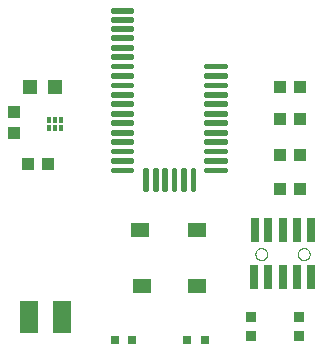
<source format=gtp>
G75*
%MOIN*%
%OFA0B0*%
%FSLAX25Y25*%
%IPPOS*%
%LPD*%
%AMOC8*
5,1,8,0,0,1.08239X$1,22.5*
%
%ADD10R,0.03937X0.04331*%
%ADD11R,0.04331X0.03937*%
%ADD12R,0.06299X0.10630*%
%ADD13R,0.03150X0.03150*%
%ADD14R,0.01181X0.02047*%
%ADD15R,0.06102X0.04724*%
%ADD16R,0.02500X0.08000*%
%ADD17C,0.00000*%
%ADD18C,0.01378*%
%ADD19R,0.03543X0.03740*%
%ADD20R,0.05118X0.05000*%
D10*
X0036459Y0107430D03*
X0036459Y0114123D03*
D11*
X0041144Y0096957D03*
X0047837Y0096957D03*
X0125121Y0100028D03*
X0131814Y0100028D03*
X0131814Y0088454D03*
X0125121Y0088454D03*
X0125121Y0111997D03*
X0131814Y0111997D03*
X0131814Y0122784D03*
X0125121Y0122784D03*
D12*
X0041459Y0045855D03*
X0052483Y0045855D03*
D13*
X0070121Y0038414D03*
X0076026Y0038414D03*
X0094255Y0038335D03*
X0100160Y0038335D03*
D14*
X0052168Y0108808D03*
X0050199Y0108808D03*
X0048231Y0108808D03*
X0048231Y0111761D03*
X0050199Y0111761D03*
X0052168Y0111761D03*
D15*
X0078743Y0075028D03*
X0097640Y0075028D03*
X0097640Y0056131D03*
X0079136Y0056131D03*
D16*
X0116656Y0059241D03*
X0121381Y0059241D03*
X0126105Y0059241D03*
X0130829Y0059438D03*
X0135554Y0059438D03*
X0135554Y0074792D03*
X0130829Y0074792D03*
X0126105Y0074792D03*
X0121381Y0074792D03*
X0116853Y0074792D03*
D17*
X0117049Y0066918D02*
X0117051Y0067006D01*
X0117057Y0067094D01*
X0117067Y0067182D01*
X0117081Y0067270D01*
X0117098Y0067356D01*
X0117120Y0067442D01*
X0117145Y0067526D01*
X0117175Y0067610D01*
X0117207Y0067692D01*
X0117244Y0067772D01*
X0117284Y0067851D01*
X0117328Y0067928D01*
X0117375Y0068003D01*
X0117425Y0068075D01*
X0117479Y0068146D01*
X0117535Y0068213D01*
X0117595Y0068279D01*
X0117657Y0068341D01*
X0117723Y0068401D01*
X0117790Y0068457D01*
X0117861Y0068511D01*
X0117933Y0068561D01*
X0118008Y0068608D01*
X0118085Y0068652D01*
X0118164Y0068692D01*
X0118244Y0068729D01*
X0118326Y0068761D01*
X0118410Y0068791D01*
X0118494Y0068816D01*
X0118580Y0068838D01*
X0118666Y0068855D01*
X0118754Y0068869D01*
X0118842Y0068879D01*
X0118930Y0068885D01*
X0119018Y0068887D01*
X0119106Y0068885D01*
X0119194Y0068879D01*
X0119282Y0068869D01*
X0119370Y0068855D01*
X0119456Y0068838D01*
X0119542Y0068816D01*
X0119626Y0068791D01*
X0119710Y0068761D01*
X0119792Y0068729D01*
X0119872Y0068692D01*
X0119951Y0068652D01*
X0120028Y0068608D01*
X0120103Y0068561D01*
X0120175Y0068511D01*
X0120246Y0068457D01*
X0120313Y0068401D01*
X0120379Y0068341D01*
X0120441Y0068279D01*
X0120501Y0068213D01*
X0120557Y0068146D01*
X0120611Y0068075D01*
X0120661Y0068003D01*
X0120708Y0067928D01*
X0120752Y0067851D01*
X0120792Y0067772D01*
X0120829Y0067692D01*
X0120861Y0067610D01*
X0120891Y0067526D01*
X0120916Y0067442D01*
X0120938Y0067356D01*
X0120955Y0067270D01*
X0120969Y0067182D01*
X0120979Y0067094D01*
X0120985Y0067006D01*
X0120987Y0066918D01*
X0120985Y0066830D01*
X0120979Y0066742D01*
X0120969Y0066654D01*
X0120955Y0066566D01*
X0120938Y0066480D01*
X0120916Y0066394D01*
X0120891Y0066310D01*
X0120861Y0066226D01*
X0120829Y0066144D01*
X0120792Y0066064D01*
X0120752Y0065985D01*
X0120708Y0065908D01*
X0120661Y0065833D01*
X0120611Y0065761D01*
X0120557Y0065690D01*
X0120501Y0065623D01*
X0120441Y0065557D01*
X0120379Y0065495D01*
X0120313Y0065435D01*
X0120246Y0065379D01*
X0120175Y0065325D01*
X0120103Y0065275D01*
X0120028Y0065228D01*
X0119951Y0065184D01*
X0119872Y0065144D01*
X0119792Y0065107D01*
X0119710Y0065075D01*
X0119626Y0065045D01*
X0119542Y0065020D01*
X0119456Y0064998D01*
X0119370Y0064981D01*
X0119282Y0064967D01*
X0119194Y0064957D01*
X0119106Y0064951D01*
X0119018Y0064949D01*
X0118930Y0064951D01*
X0118842Y0064957D01*
X0118754Y0064967D01*
X0118666Y0064981D01*
X0118580Y0064998D01*
X0118494Y0065020D01*
X0118410Y0065045D01*
X0118326Y0065075D01*
X0118244Y0065107D01*
X0118164Y0065144D01*
X0118085Y0065184D01*
X0118008Y0065228D01*
X0117933Y0065275D01*
X0117861Y0065325D01*
X0117790Y0065379D01*
X0117723Y0065435D01*
X0117657Y0065495D01*
X0117595Y0065557D01*
X0117535Y0065623D01*
X0117479Y0065690D01*
X0117425Y0065761D01*
X0117375Y0065833D01*
X0117328Y0065908D01*
X0117284Y0065985D01*
X0117244Y0066064D01*
X0117207Y0066144D01*
X0117175Y0066226D01*
X0117145Y0066310D01*
X0117120Y0066394D01*
X0117098Y0066480D01*
X0117081Y0066566D01*
X0117067Y0066654D01*
X0117057Y0066742D01*
X0117051Y0066830D01*
X0117049Y0066918D01*
X0131223Y0066918D02*
X0131225Y0067006D01*
X0131231Y0067094D01*
X0131241Y0067182D01*
X0131255Y0067270D01*
X0131272Y0067356D01*
X0131294Y0067442D01*
X0131319Y0067526D01*
X0131349Y0067610D01*
X0131381Y0067692D01*
X0131418Y0067772D01*
X0131458Y0067851D01*
X0131502Y0067928D01*
X0131549Y0068003D01*
X0131599Y0068075D01*
X0131653Y0068146D01*
X0131709Y0068213D01*
X0131769Y0068279D01*
X0131831Y0068341D01*
X0131897Y0068401D01*
X0131964Y0068457D01*
X0132035Y0068511D01*
X0132107Y0068561D01*
X0132182Y0068608D01*
X0132259Y0068652D01*
X0132338Y0068692D01*
X0132418Y0068729D01*
X0132500Y0068761D01*
X0132584Y0068791D01*
X0132668Y0068816D01*
X0132754Y0068838D01*
X0132840Y0068855D01*
X0132928Y0068869D01*
X0133016Y0068879D01*
X0133104Y0068885D01*
X0133192Y0068887D01*
X0133280Y0068885D01*
X0133368Y0068879D01*
X0133456Y0068869D01*
X0133544Y0068855D01*
X0133630Y0068838D01*
X0133716Y0068816D01*
X0133800Y0068791D01*
X0133884Y0068761D01*
X0133966Y0068729D01*
X0134046Y0068692D01*
X0134125Y0068652D01*
X0134202Y0068608D01*
X0134277Y0068561D01*
X0134349Y0068511D01*
X0134420Y0068457D01*
X0134487Y0068401D01*
X0134553Y0068341D01*
X0134615Y0068279D01*
X0134675Y0068213D01*
X0134731Y0068146D01*
X0134785Y0068075D01*
X0134835Y0068003D01*
X0134882Y0067928D01*
X0134926Y0067851D01*
X0134966Y0067772D01*
X0135003Y0067692D01*
X0135035Y0067610D01*
X0135065Y0067526D01*
X0135090Y0067442D01*
X0135112Y0067356D01*
X0135129Y0067270D01*
X0135143Y0067182D01*
X0135153Y0067094D01*
X0135159Y0067006D01*
X0135161Y0066918D01*
X0135159Y0066830D01*
X0135153Y0066742D01*
X0135143Y0066654D01*
X0135129Y0066566D01*
X0135112Y0066480D01*
X0135090Y0066394D01*
X0135065Y0066310D01*
X0135035Y0066226D01*
X0135003Y0066144D01*
X0134966Y0066064D01*
X0134926Y0065985D01*
X0134882Y0065908D01*
X0134835Y0065833D01*
X0134785Y0065761D01*
X0134731Y0065690D01*
X0134675Y0065623D01*
X0134615Y0065557D01*
X0134553Y0065495D01*
X0134487Y0065435D01*
X0134420Y0065379D01*
X0134349Y0065325D01*
X0134277Y0065275D01*
X0134202Y0065228D01*
X0134125Y0065184D01*
X0134046Y0065144D01*
X0133966Y0065107D01*
X0133884Y0065075D01*
X0133800Y0065045D01*
X0133716Y0065020D01*
X0133630Y0064998D01*
X0133544Y0064981D01*
X0133456Y0064967D01*
X0133368Y0064957D01*
X0133280Y0064951D01*
X0133192Y0064949D01*
X0133104Y0064951D01*
X0133016Y0064957D01*
X0132928Y0064967D01*
X0132840Y0064981D01*
X0132754Y0064998D01*
X0132668Y0065020D01*
X0132584Y0065045D01*
X0132500Y0065075D01*
X0132418Y0065107D01*
X0132338Y0065144D01*
X0132259Y0065184D01*
X0132182Y0065228D01*
X0132107Y0065275D01*
X0132035Y0065325D01*
X0131964Y0065379D01*
X0131897Y0065435D01*
X0131831Y0065495D01*
X0131769Y0065557D01*
X0131709Y0065623D01*
X0131653Y0065690D01*
X0131599Y0065761D01*
X0131549Y0065833D01*
X0131502Y0065908D01*
X0131458Y0065985D01*
X0131418Y0066064D01*
X0131381Y0066144D01*
X0131349Y0066226D01*
X0131319Y0066310D01*
X0131294Y0066394D01*
X0131272Y0066480D01*
X0131255Y0066566D01*
X0131241Y0066654D01*
X0131231Y0066742D01*
X0131225Y0066830D01*
X0131223Y0066918D01*
D18*
X0107148Y0094497D02*
X0100652Y0094497D01*
X0100652Y0095087D01*
X0107148Y0095087D01*
X0107148Y0094497D01*
X0107148Y0097647D02*
X0100652Y0097647D01*
X0100652Y0098237D01*
X0107148Y0098237D01*
X0107148Y0097647D01*
X0107148Y0100796D02*
X0100652Y0100796D01*
X0100652Y0101386D01*
X0107148Y0101386D01*
X0107148Y0100796D01*
X0107148Y0103946D02*
X0100652Y0103946D01*
X0100652Y0104536D01*
X0107148Y0104536D01*
X0107148Y0103946D01*
X0107148Y0107096D02*
X0100652Y0107096D01*
X0100652Y0107686D01*
X0107148Y0107686D01*
X0107148Y0107096D01*
X0107148Y0110245D02*
X0100652Y0110245D01*
X0100652Y0110835D01*
X0107148Y0110835D01*
X0107148Y0110245D01*
X0107148Y0113395D02*
X0100652Y0113395D01*
X0100652Y0113985D01*
X0107148Y0113985D01*
X0107148Y0113395D01*
X0107148Y0116544D02*
X0100652Y0116544D01*
X0100652Y0117134D01*
X0107148Y0117134D01*
X0107148Y0116544D01*
X0107148Y0119694D02*
X0100652Y0119694D01*
X0100652Y0120284D01*
X0107148Y0120284D01*
X0107148Y0119694D01*
X0107148Y0122844D02*
X0100652Y0122844D01*
X0100652Y0123434D01*
X0107148Y0123434D01*
X0107148Y0122844D01*
X0107148Y0125993D02*
X0100652Y0125993D01*
X0100652Y0126583D01*
X0107148Y0126583D01*
X0107148Y0125993D01*
X0107148Y0129143D02*
X0100652Y0129143D01*
X0100652Y0129733D01*
X0107148Y0129733D01*
X0107148Y0129143D01*
X0076046Y0129143D02*
X0069550Y0129143D01*
X0069550Y0129733D01*
X0076046Y0129733D01*
X0076046Y0129143D01*
X0076046Y0125993D02*
X0069550Y0125993D01*
X0069550Y0126583D01*
X0076046Y0126583D01*
X0076046Y0125993D01*
X0076046Y0122844D02*
X0069550Y0122844D01*
X0069550Y0123434D01*
X0076046Y0123434D01*
X0076046Y0122844D01*
X0076046Y0119694D02*
X0069550Y0119694D01*
X0069550Y0120284D01*
X0076046Y0120284D01*
X0076046Y0119694D01*
X0076046Y0116544D02*
X0069550Y0116544D01*
X0069550Y0117134D01*
X0076046Y0117134D01*
X0076046Y0116544D01*
X0076046Y0113395D02*
X0069550Y0113395D01*
X0069550Y0113985D01*
X0076046Y0113985D01*
X0076046Y0113395D01*
X0076046Y0110245D02*
X0069550Y0110245D01*
X0069550Y0110835D01*
X0076046Y0110835D01*
X0076046Y0110245D01*
X0076046Y0107096D02*
X0069550Y0107096D01*
X0069550Y0107686D01*
X0076046Y0107686D01*
X0076046Y0107096D01*
X0076046Y0103946D02*
X0069550Y0103946D01*
X0069550Y0104536D01*
X0076046Y0104536D01*
X0076046Y0103946D01*
X0076046Y0100796D02*
X0069550Y0100796D01*
X0069550Y0101386D01*
X0076046Y0101386D01*
X0076046Y0100796D01*
X0076046Y0097647D02*
X0069550Y0097647D01*
X0069550Y0098237D01*
X0076046Y0098237D01*
X0076046Y0097647D01*
X0076046Y0094497D02*
X0069550Y0094497D01*
X0069550Y0095087D01*
X0076046Y0095087D01*
X0076046Y0094497D01*
X0080967Y0094891D02*
X0080967Y0088395D01*
X0080377Y0088395D01*
X0080377Y0094891D01*
X0080967Y0094891D01*
X0080967Y0089772D02*
X0080377Y0089772D01*
X0080377Y0091149D02*
X0080967Y0091149D01*
X0080967Y0092526D02*
X0080377Y0092526D01*
X0080377Y0093903D02*
X0080967Y0093903D01*
X0084117Y0094891D02*
X0084117Y0088395D01*
X0083527Y0088395D01*
X0083527Y0094891D01*
X0084117Y0094891D01*
X0084117Y0089772D02*
X0083527Y0089772D01*
X0083527Y0091149D02*
X0084117Y0091149D01*
X0084117Y0092526D02*
X0083527Y0092526D01*
X0083527Y0093903D02*
X0084117Y0093903D01*
X0087266Y0094891D02*
X0087266Y0088395D01*
X0086676Y0088395D01*
X0086676Y0094891D01*
X0087266Y0094891D01*
X0087266Y0089772D02*
X0086676Y0089772D01*
X0086676Y0091149D02*
X0087266Y0091149D01*
X0087266Y0092526D02*
X0086676Y0092526D01*
X0086676Y0093903D02*
X0087266Y0093903D01*
X0090416Y0094891D02*
X0090416Y0088395D01*
X0089826Y0088395D01*
X0089826Y0094891D01*
X0090416Y0094891D01*
X0090416Y0089772D02*
X0089826Y0089772D01*
X0089826Y0091149D02*
X0090416Y0091149D01*
X0090416Y0092526D02*
X0089826Y0092526D01*
X0089826Y0093903D02*
X0090416Y0093903D01*
X0093565Y0094891D02*
X0093565Y0088395D01*
X0092975Y0088395D01*
X0092975Y0094891D01*
X0093565Y0094891D01*
X0093565Y0089772D02*
X0092975Y0089772D01*
X0092975Y0091149D02*
X0093565Y0091149D01*
X0093565Y0092526D02*
X0092975Y0092526D01*
X0092975Y0093903D02*
X0093565Y0093903D01*
X0096715Y0094891D02*
X0096715Y0088395D01*
X0096125Y0088395D01*
X0096125Y0094891D01*
X0096715Y0094891D01*
X0096715Y0089772D02*
X0096125Y0089772D01*
X0096125Y0091149D02*
X0096715Y0091149D01*
X0096715Y0092526D02*
X0096125Y0092526D01*
X0096125Y0093903D02*
X0096715Y0093903D01*
X0076046Y0132292D02*
X0069550Y0132292D01*
X0069550Y0132882D01*
X0076046Y0132882D01*
X0076046Y0132292D01*
X0076046Y0135442D02*
X0069550Y0135442D01*
X0069550Y0136032D01*
X0076046Y0136032D01*
X0076046Y0135442D01*
X0076046Y0138592D02*
X0069550Y0138592D01*
X0069550Y0139182D01*
X0076046Y0139182D01*
X0076046Y0138592D01*
X0076046Y0141623D02*
X0069550Y0141623D01*
X0069550Y0142213D01*
X0076046Y0142213D01*
X0076046Y0141623D01*
X0076046Y0144655D02*
X0069550Y0144655D01*
X0069550Y0145245D01*
X0076046Y0145245D01*
X0076046Y0144655D01*
X0076046Y0147686D02*
X0069550Y0147686D01*
X0069550Y0148276D01*
X0076046Y0148276D01*
X0076046Y0147686D01*
D19*
X0115593Y0045894D03*
X0115593Y0039595D03*
X0131735Y0039595D03*
X0131735Y0045894D03*
D20*
X0050160Y0122666D03*
X0041971Y0122706D03*
M02*

</source>
